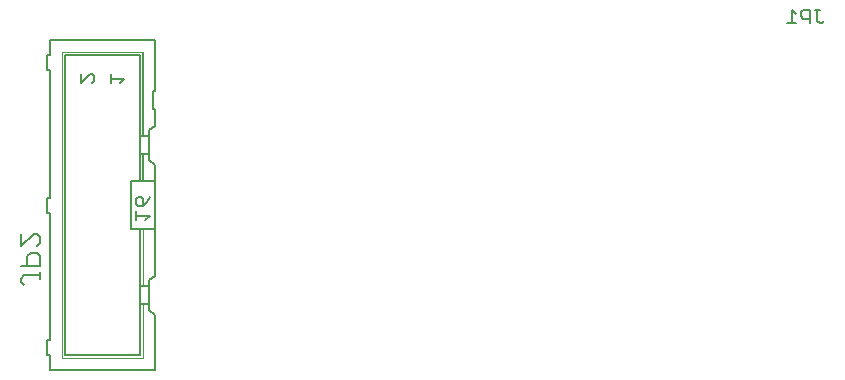
<source format=gbo>
G75*
G70*
%OFA0B0*%
%FSLAX24Y24*%
%IPPOS*%
%LPD*%
%AMOC8*
5,1,8,0,0,1.08239X$1,22.5*
%
%ADD10C,0.0050*%
%ADD11C,0.0020*%
%ADD12C,0.0070*%
D10*
X001660Y001988D02*
X001660Y002488D01*
X001560Y002488D01*
X001560Y002988D01*
X001660Y002988D01*
X001660Y007238D01*
X001560Y007238D01*
X001560Y007738D01*
X001660Y007738D01*
X001660Y011988D01*
X001560Y011988D01*
X001560Y012488D01*
X001660Y012488D01*
X001660Y012988D01*
X005160Y012988D01*
X005160Y011288D01*
X005110Y011288D01*
X005110Y010688D01*
X005160Y010688D01*
X005160Y010138D01*
X004960Y009988D01*
X004960Y009788D01*
X004960Y009188D01*
X004960Y008988D01*
X005160Y008838D01*
X005160Y008288D01*
X004760Y008288D01*
X004760Y009188D01*
X004660Y009188D01*
X004660Y009788D01*
X004660Y012488D01*
X002160Y012488D01*
X002160Y002488D01*
X004660Y002488D01*
X004660Y004188D01*
X004660Y004788D01*
X004660Y006688D01*
X004760Y006688D01*
X005160Y006688D01*
X005160Y008288D01*
X004760Y008288D02*
X004660Y008288D01*
X004660Y009188D01*
X004760Y009188D02*
X004960Y009188D01*
X004960Y009788D02*
X004760Y009788D01*
X004660Y009788D01*
X004760Y009788D02*
X004760Y012588D01*
X003685Y011853D02*
X003685Y011553D01*
X003685Y011703D02*
X004135Y011703D01*
X003985Y011553D01*
X003135Y011628D02*
X003060Y011553D01*
X003135Y011628D02*
X003135Y011778D01*
X003060Y011853D01*
X002985Y011853D01*
X002685Y011553D01*
X002685Y011853D01*
X004360Y008288D02*
X004660Y008288D01*
X004360Y008288D02*
X004360Y006688D01*
X004660Y006688D01*
X005160Y006688D02*
X005160Y005138D01*
X004960Y004988D01*
X004960Y004788D01*
X004960Y004188D01*
X004760Y004188D01*
X004660Y004188D01*
X004960Y004188D02*
X004960Y003988D01*
X005160Y003838D01*
X005160Y001988D01*
X001660Y001988D01*
X004660Y004788D02*
X004760Y004788D01*
X004960Y004788D01*
X004835Y006993D02*
X004985Y007143D01*
X004535Y007143D01*
X004535Y006993D02*
X004535Y007293D01*
X004610Y007453D02*
X004535Y007528D01*
X004535Y007678D01*
X004610Y007753D01*
X004685Y007753D01*
X004760Y007678D01*
X004760Y007453D01*
X004610Y007453D01*
X004760Y007453D02*
X004910Y007603D01*
X004985Y007753D01*
X026242Y013556D02*
X026542Y013556D01*
X026392Y013556D02*
X026392Y014007D01*
X026542Y013857D01*
X026702Y013932D02*
X026702Y013782D01*
X026777Y013706D01*
X027002Y013706D01*
X027002Y013556D02*
X027002Y014007D01*
X026777Y014007D01*
X026702Y013932D01*
X027163Y014007D02*
X027313Y014007D01*
X027238Y014007D02*
X027238Y013631D01*
X027313Y013556D01*
X027388Y013556D01*
X027463Y013631D01*
D11*
X004760Y012588D02*
X002060Y012588D01*
X002060Y002388D01*
X004760Y002388D01*
X004760Y004188D01*
X004760Y004788D02*
X004760Y006688D01*
D12*
X001331Y006435D02*
X001331Y006225D01*
X001226Y006120D01*
X001226Y005896D02*
X001015Y005896D01*
X000910Y005791D01*
X000910Y005475D01*
X000700Y005475D02*
X001331Y005475D01*
X001331Y005791D01*
X001226Y005896D01*
X000700Y006120D02*
X001121Y006540D01*
X001226Y006540D01*
X001331Y006435D01*
X000700Y006540D02*
X000700Y006120D01*
X001331Y005251D02*
X001331Y005041D01*
X001331Y005146D02*
X000805Y005146D01*
X000700Y005041D01*
X000700Y004936D01*
X000805Y004831D01*
M02*

</source>
